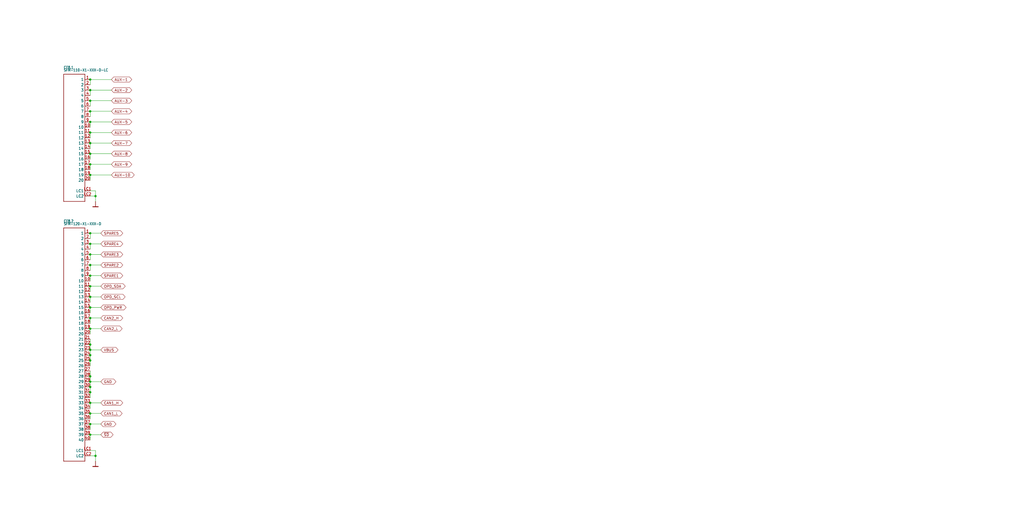
<source format=kicad_sch>
(kicad_sch (version 20211123) (generator eeschema)
  (paper "User" 490.22 254.406)
  (lib_symbols
    (symbol "oresat-backplane-2u-hasp-eagle-import:GND" (power)
      (symbol "GND_1_0"
        (polyline (pts (xy -1.27 -2.54) (xy 1.27 -2.54)) (stroke (width 0.4064)))
        (pin power_in line (at 0 0 270) (length 2.54) (name "GND") (number "1"))
      )
    )
    (symbol "oresat-backplane-2u-hasp-eagle-import:SFM-110-X1-XXX-D-LC"
      (property "Reference" "CF" (at -2.54 33.02 0))
      (property "Value" "SFM-110-X1-XXX-D-LC" (at -2.54 31.75 0))
      (symbol "SFM-110-X1-XXX-D-LC_1_0"
        (polyline (pts (xy -2.54 -30.48) (xy -2.54 30.48)) (stroke (width 0.254)))
        (polyline (pts (xy -2.54 30.48) (xy 7.62 30.48)) (stroke (width 0.254)))
        (polyline (pts (xy 7.62 -30.48) (xy -2.54 -30.48)) (stroke (width 0.254)))
        (polyline (pts (xy 7.62 30.48) (xy 7.62 -30.48)) (stroke (width 0.254)))
        (pin passive line (at 10.16 27.94 180) (length 2.54) (name "1") (number "1"))
        (pin passive line (at 10.16 5.08 180) (length 2.54) (name "10") (number "10"))
        (pin passive line (at 10.16 2.54 180) (length 2.54) (name "11") (number "11"))
        (pin passive line (at 10.16 0 180) (length 2.54) (name "12") (number "12"))
        (pin passive line (at 10.16 -2.54 180) (length 2.54) (name "13") (number "13"))
        (pin passive line (at 10.16 -5.08 180) (length 2.54) (name "14") (number "14"))
        (pin passive line (at 10.16 -7.62 180) (length 2.54) (name "15") (number "15"))
        (pin passive line (at 10.16 -10.16 180) (length 2.54) (name "16") (number "16"))
        (pin passive line (at 10.16 -12.7 180) (length 2.54) (name "17") (number "17"))
        (pin passive line (at 10.16 -15.24 180) (length 2.54) (name "18") (number "18"))
        (pin passive line (at 10.16 -17.78 180) (length 2.54) (name "19") (number "19"))
        (pin passive line (at 10.16 25.4 180) (length 2.54) (name "2") (number "2"))
        (pin passive line (at 10.16 -20.32 180) (length 2.54) (name "20") (number "20"))
        (pin passive line (at 10.16 22.86 180) (length 2.54) (name "3") (number "3"))
        (pin passive line (at 10.16 20.32 180) (length 2.54) (name "4") (number "4"))
        (pin passive line (at 10.16 17.78 180) (length 2.54) (name "5") (number "5"))
        (pin passive line (at 10.16 15.24 180) (length 2.54) (name "6") (number "6"))
        (pin passive line (at 10.16 12.7 180) (length 2.54) (name "7") (number "7"))
        (pin passive line (at 10.16 10.16 180) (length 2.54) (name "8") (number "8"))
        (pin passive line (at 10.16 7.62 180) (length 2.54) (name "9") (number "9"))
        (pin passive line (at 10.16 -25.4 180) (length 2.54) (name "LC1") (number "LC1"))
        (pin passive line (at 10.16 -27.94 180) (length 2.54) (name "LC2") (number "LC2"))
      )
    )
    (symbol "oresat-backplane-2u-hasp-eagle-import:SFM-120-X1-XXX-D"
      (property "Reference" "J" (at -2.54 50.8 0))
      (property "Value" "SFM-120-X1-XXX-D" (at -2.54 49.53 0))
      (symbol "SFM-120-X1-XXX-D_1_0"
        (polyline (pts (xy -2.54 -63.5) (xy -2.54 48.26)) (stroke (width 0.254)))
        (polyline (pts (xy -2.54 48.26) (xy 7.62 48.26)) (stroke (width 0.254)))
        (polyline (pts (xy 7.62 -63.5) (xy -2.54 -63.5)) (stroke (width 0.254)))
        (polyline (pts (xy 7.62 48.26) (xy 7.62 -63.5)) (stroke (width 0.254)))
        (pin passive line (at 10.16 45.72 180) (length 2.54) (name "1") (number "1"))
        (pin passive line (at 10.16 22.86 180) (length 2.54) (name "10") (number "10"))
        (pin passive line (at 10.16 20.32 180) (length 2.54) (name "11") (number "11"))
        (pin passive line (at 10.16 17.78 180) (length 2.54) (name "12") (number "12"))
        (pin passive line (at 10.16 15.24 180) (length 2.54) (name "13") (number "13"))
        (pin passive line (at 10.16 12.7 180) (length 2.54) (name "14") (number "14"))
        (pin passive line (at 10.16 10.16 180) (length 2.54) (name "15") (number "15"))
        (pin passive line (at 10.16 7.62 180) (length 2.54) (name "16") (number "16"))
        (pin passive line (at 10.16 5.08 180) (length 2.54) (name "17") (number "17"))
        (pin passive line (at 10.16 2.54 180) (length 2.54) (name "18") (number "18"))
        (pin passive line (at 10.16 0 180) (length 2.54) (name "19") (number "19"))
        (pin passive line (at 10.16 43.18 180) (length 2.54) (name "2") (number "2"))
        (pin passive line (at 10.16 -2.54 180) (length 2.54) (name "20") (number "20"))
        (pin passive line (at 10.16 -5.08 180) (length 2.54) (name "21") (number "21"))
        (pin passive line (at 10.16 -7.62 180) (length 2.54) (name "22") (number "22"))
        (pin passive line (at 10.16 -10.16 180) (length 2.54) (name "23") (number "23"))
        (pin passive line (at 10.16 -12.7 180) (length 2.54) (name "24") (number "24"))
        (pin passive line (at 10.16 -15.24 180) (length 2.54) (name "25") (number "25"))
        (pin passive line (at 10.16 -17.78 180) (length 2.54) (name "26") (number "26"))
        (pin passive line (at 10.16 -20.32 180) (length 2.54) (name "27") (number "27"))
        (pin passive line (at 10.16 -22.86 180) (length 2.54) (name "28") (number "28"))
        (pin passive line (at 10.16 -25.4 180) (length 2.54) (name "29") (number "29"))
        (pin passive line (at 10.16 40.64 180) (length 2.54) (name "3") (number "3"))
        (pin passive line (at 10.16 -27.94 180) (length 2.54) (name "30") (number "30"))
        (pin passive line (at 10.16 -30.48 180) (length 2.54) (name "31") (number "31"))
        (pin passive line (at 10.16 -33.02 180) (length 2.54) (name "32") (number "32"))
        (pin passive line (at 10.16 -35.56 180) (length 2.54) (name "33") (number "33"))
        (pin passive line (at 10.16 -38.1 180) (length 2.54) (name "34") (number "34"))
        (pin passive line (at 10.16 -40.64 180) (length 2.54) (name "35") (number "35"))
        (pin passive line (at 10.16 -43.18 180) (length 2.54) (name "36") (number "36"))
        (pin passive line (at 10.16 -45.72 180) (length 2.54) (name "37") (number "37"))
        (pin passive line (at 10.16 -48.26 180) (length 2.54) (name "38") (number "38"))
        (pin passive line (at 10.16 -50.8 180) (length 2.54) (name "39") (number "39"))
        (pin passive line (at 10.16 38.1 180) (length 2.54) (name "4") (number "4"))
        (pin passive line (at 10.16 -53.34 180) (length 2.54) (name "40") (number "40"))
        (pin passive line (at 10.16 35.56 180) (length 2.54) (name "5") (number "5"))
        (pin passive line (at 10.16 33.02 180) (length 2.54) (name "6") (number "6"))
        (pin passive line (at 10.16 30.48 180) (length 2.54) (name "7") (number "7"))
        (pin passive line (at 10.16 27.94 180) (length 2.54) (name "8") (number "8"))
        (pin passive line (at 10.16 25.4 180) (length 2.54) (name "9") (number "9"))
        (pin passive line (at 10.16 -58.42 180) (length 2.54) (name "LC1") (number "LC1"))
        (pin passive line (at 10.16 -60.96 180) (length 2.54) (name "LC2") (number "LC2"))
      )
    )
  )
  (junction (at 43.18 73.66))
  (junction (at 43.18 142.24))
  (junction (at 45.72 93.98))
  (junction (at 43.18 157.48))
  (junction (at 43.18 68.58))
  (junction (at 43.18 121.92))
  (junction (at 43.18 53.34))
  (junction (at 43.18 137.16))
  (junction (at 45.72 218.44))
  (junction (at 43.18 187.96))
  (junction (at 43.18 193.04))
  (junction (at 43.18 147.32))
  (junction (at 43.18 48.26))
  (junction (at 43.18 165.1))
  (junction (at 43.18 38.1))
  (junction (at 43.18 127))
  (junction (at 43.18 116.84))
  (junction (at 43.18 167.64))
  (junction (at 43.18 83.82))
  (junction (at 43.18 208.28))
  (junction (at 43.18 185.42))
  (junction (at 43.18 78.74))
  (junction (at 43.18 132.08))
  (junction (at 43.18 63.5))
  (junction (at 43.18 198.12))
  (junction (at 43.18 180.34))
  (junction (at 43.18 182.88))
  (junction (at 43.18 203.2))
  (junction (at 43.18 152.4))
  (junction (at 43.18 170.18))
  (junction (at 43.18 43.18))
  (junction (at 43.18 111.76))
  (junction (at 43.18 172.72))
  (junction (at 43.18 58.42))
  (wire (pts (xy 43.18 111.76) (xy 48.26 111.76)))
  (wire (pts (xy 45.72 96.52) (xy 45.72 93.98)))
  (wire (pts (xy 48.26 127) (xy 43.18 127)))
  (wire (pts (xy 43.18 152.4) (xy 43.18 154.94)))
  (wire (pts (xy 43.18 121.92) (xy 48.26 121.92)))
  (wire (pts (xy 45.72 93.98) (xy 43.18 93.98)))
  (wire (pts (xy 43.18 182.88) (xy 43.18 180.34)))
  (wire (pts (xy 43.18 63.5) (xy 53.34 63.5)))
  (wire (pts (xy 48.26 208.28) (xy 43.18 208.28)))
  (wire (pts (xy 43.18 142.24) (xy 43.18 144.78)))
  (wire (pts (xy 43.18 38.1) (xy 43.18 40.64)))
  (wire (pts (xy 43.18 172.72) (xy 43.18 170.18)))
  (wire (pts (xy 45.72 91.44) (xy 43.18 91.44)))
  (wire (pts (xy 48.26 193.04) (xy 43.18 193.04)))
  (wire (pts (xy 43.18 208.28) (xy 43.18 210.82)))
  (wire (pts (xy 43.18 43.18) (xy 43.18 45.72)))
  (wire (pts (xy 48.26 167.64) (xy 43.18 167.64)))
  (wire (pts (xy 45.72 218.44) (xy 45.72 220.98)))
  (wire (pts (xy 48.26 152.4) (xy 43.18 152.4)))
  (wire (pts (xy 48.26 132.08) (xy 43.18 132.08)))
  (wire (pts (xy 43.18 218.44) (xy 45.72 218.44)))
  (wire (pts (xy 43.18 193.04) (xy 43.18 195.58)))
  (wire (pts (xy 43.18 203.2) (xy 43.18 205.74)))
  (wire (pts (xy 43.18 111.76) (xy 43.18 114.3)))
  (wire (pts (xy 43.18 68.58) (xy 43.18 71.12)))
  (wire (pts (xy 43.18 38.1) (xy 53.34 38.1)))
  (wire (pts (xy 43.18 121.92) (xy 43.18 124.46)))
  (wire (pts (xy 43.18 147.32) (xy 43.18 149.86)))
  (wire (pts (xy 43.18 53.34) (xy 43.18 55.88)))
  (wire (pts (xy 48.26 198.12) (xy 43.18 198.12)))
  (wire (pts (xy 43.18 78.74) (xy 43.18 81.28)))
  (wire (pts (xy 43.18 182.88) (xy 43.18 185.42)))
  (wire (pts (xy 48.26 203.2) (xy 43.18 203.2)))
  (wire (pts (xy 43.18 83.82) (xy 43.18 86.36)))
  (wire (pts (xy 48.26 157.48) (xy 43.18 157.48)))
  (wire (pts (xy 43.18 78.74) (xy 53.34 78.74)))
  (wire (pts (xy 43.18 167.64) (xy 43.18 165.1)))
  (wire (pts (xy 43.18 116.84) (xy 48.26 116.84)))
  (wire (pts (xy 43.18 63.5) (xy 43.18 66.04)))
  (wire (pts (xy 43.18 58.42) (xy 43.18 60.96)))
  (wire (pts (xy 43.18 48.26) (xy 43.18 50.8)))
  (wire (pts (xy 43.18 53.34) (xy 53.34 53.34)))
  (wire (pts (xy 43.18 83.82) (xy 53.34 83.82)))
  (wire (pts (xy 43.18 215.9) (xy 45.72 215.9)))
  (wire (pts (xy 43.18 170.18) (xy 43.18 167.64)))
  (wire (pts (xy 43.18 127) (xy 43.18 129.54)))
  (wire (pts (xy 48.26 182.88) (xy 43.18 182.88)))
  (wire (pts (xy 43.18 187.96) (xy 43.18 185.42)))
  (wire (pts (xy 43.18 180.34) (xy 43.18 177.8)))
  (wire (pts (xy 43.18 116.84) (xy 43.18 119.38)))
  (wire (pts (xy 43.18 198.12) (xy 43.18 200.66)))
  (wire (pts (xy 43.18 73.66) (xy 53.34 73.66)))
  (wire (pts (xy 45.72 93.98) (xy 45.72 91.44)))
  (wire (pts (xy 48.26 137.16) (xy 43.18 137.16)))
  (wire (pts (xy 48.26 142.24) (xy 43.18 142.24)))
  (wire (pts (xy 45.72 215.9) (xy 45.72 218.44)))
  (wire (pts (xy 43.18 137.16) (xy 43.18 139.7)))
  (wire (pts (xy 43.18 132.08) (xy 43.18 134.62)))
  (wire (pts (xy 48.26 147.32) (xy 43.18 147.32)))
  (wire (pts (xy 43.18 43.18) (xy 53.34 43.18)))
  (wire (pts (xy 43.18 165.1) (xy 43.18 162.56)))
  (wire (pts (xy 43.18 187.96) (xy 43.18 190.5)))
  (wire (pts (xy 43.18 48.26) (xy 53.34 48.26)))
  (wire (pts (xy 43.18 73.66) (xy 43.18 76.2)))
  (wire (pts (xy 43.18 58.42) (xy 53.34 58.42)))
  (wire (pts (xy 43.18 68.58) (xy 53.34 68.58)))
  (wire (pts (xy 43.18 172.72) (xy 43.18 175.26)))
  (wire (pts (xy 43.18 157.48) (xy 43.18 160.02)))
  (global_label "AUX-10" (shape bidirectional) (at 53.34 83.82 0) (effects (font (size 1.2446 1.2446))) (property "Intersheet References" "${INTERSHEET_REFS}" (effects hide)))
  (global_label "AUX-8" (shape bidirectional) (at 53.34 73.66 0) (effects (font (size 1.2446 1.2446))) (property "Intersheet References" "${INTERSHEET_REFS}" (effects hide)))
  (global_label "VBUS" (shape bidirectional) (at 48.26 167.64 0) (effects (font (size 1.2446 1.2446))) (property "Intersheet References" "${INTERSHEET_REFS}" (effects hide)))
  (global_label "AUX-2" (shape bidirectional) (at 53.34 43.18 0) (effects (font (size 1.2446 1.2446))) (property "Intersheet References" "${INTERSHEET_REFS}" (effects hide)))
  (global_label "GND" (shape bidirectional) (at 48.26 182.88 0) (effects (font (size 1.2446 1.2446))) (property "Intersheet References" "${INTERSHEET_REFS}" (effects hide)))
  (global_label "AUX-7" (shape bidirectional) (at 53.34 68.58 0) (effects (font (size 1.2446 1.2446))) (property "Intersheet References" "${INTERSHEET_REFS}" (effects hide)))
  (global_label "SPARE4" (shape bidirectional) (at 48.26 116.84 0) (effects (font (size 1.2446 1.2446))) (property "Intersheet References" "${INTERSHEET_REFS}" (effects hide)))
  (global_label "SPARE2" (shape bidirectional) (at 48.26 127 0) (effects (font (size 1.2446 1.2446))) (property "Intersheet References" "${INTERSHEET_REFS}" (effects hide)))
  (global_label "OPD_PWR" (shape bidirectional) (at 48.26 147.32 0) (effects (font (size 1.2446 1.2446))) (property "Intersheet References" "${INTERSHEET_REFS}" (effects hide)))
  (global_label "SPARE1" (shape bidirectional) (at 48.26 132.08 0) (effects (font (size 1.2446 1.2446))) (property "Intersheet References" "${INTERSHEET_REFS}" (effects hide)))
  (global_label "SPARE3" (shape bidirectional) (at 48.26 121.92 0) (effects (font (size 1.2446 1.2446))) (property "Intersheet References" "${INTERSHEET_REFS}" (effects hide)))
  (global_label "CAN1_H" (shape bidirectional) (at 48.26 193.04 0) (effects (font (size 1.2446 1.2446))) (property "Intersheet References" "${INTERSHEET_REFS}" (effects hide)))
  (global_label "CAN2_H" (shape bidirectional) (at 48.26 152.4 0) (effects (font (size 1.2446 1.2446))) (property "Intersheet References" "${INTERSHEET_REFS}" (effects hide)))
  (global_label "OPD_SDA" (shape bidirectional) (at 48.26 137.16 0) (effects (font (size 1.2446 1.2446))) (property "Intersheet References" "${INTERSHEET_REFS}" (effects hide)))
  (global_label "AUX-3" (shape bidirectional) (at 53.34 48.26 0) (effects (font (size 1.2446 1.2446))) (property "Intersheet References" "${INTERSHEET_REFS}" (effects hide)))
  (global_label "CAN2_L" (shape bidirectional) (at 48.26 157.48 0) (effects (font (size 1.2446 1.2446))) (property "Intersheet References" "${INTERSHEET_REFS}" (effects hide)))
  (global_label "AUX-9" (shape bidirectional) (at 53.34 78.74 0) (effects (font (size 1.2446 1.2446))) (property "Intersheet References" "${INTERSHEET_REFS}" (effects hide)))
  (global_label "GND" (shape bidirectional) (at 48.26 203.2 0) (effects (font (size 1.2446 1.2446))) (property "Intersheet References" "${INTERSHEET_REFS}" (effects hide)))
  (global_label "AUX-6" (shape bidirectional) (at 53.34 63.5 0) (effects (font (size 1.2446 1.2446))) (property "Intersheet References" "${INTERSHEET_REFS}" (effects hide)))
  (global_label "OPD_SCL" (shape bidirectional) (at 48.26 142.24 0) (effects (font (size 1.2446 1.2446))) (property "Intersheet References" "${INTERSHEET_REFS}" (effects hide)))
  (global_label "AUX-1" (shape bidirectional) (at 53.34 38.1 0) (effects (font (size 1.2446 1.2446))) (property "Intersheet References" "${INTERSHEET_REFS}" (effects hide)))
  (global_label "~{SD}" (shape bidirectional) (at 48.26 208.28 0) (effects (font (size 1.2446 1.2446))) (property "Intersheet References" "${INTERSHEET_REFS}" (effects hide)))
  (global_label "SPARE5" (shape bidirectional) (at 48.26 111.76 0) (effects (font (size 1.2446 1.2446))) (property "Intersheet References" "${INTERSHEET_REFS}" (effects hide)))
  (global_label "AUX-5" (shape bidirectional) (at 53.34 58.42 0) (effects (font (size 1.2446 1.2446))) (property "Intersheet References" "${INTERSHEET_REFS}" (effects hide)))
  (global_label "CAN1_L" (shape bidirectional) (at 48.26 198.12 0) (effects (font (size 1.2446 1.2446))) (property "Intersheet References" "${INTERSHEET_REFS}" (effects hide)))
  (global_label "AUX-4" (shape bidirectional) (at 53.34 53.34 0) (effects (font (size 1.2446 1.2446))) (property "Intersheet References" "${INTERSHEET_REFS}" (effects hide)))
  (symbol (lib_id "oresat-backplane-2u-hasp-eagle-import:GND") (at 45.72 96.52 0) (unit 1)
    (property "Reference" "#GND77" (effects hide))
    (property "Value" "GND" (effects hide))
    (property "Footprint" "oresat-backplane-2u-hasp:" (effects hide))
  )
  (symbol (lib_id "oresat-backplane-2u-hasp-eagle-import:SFM-120-X1-XXX-D") (at 33.02 157.48 0) (unit 1)
    (property "Reference" "CF8.2" (at 30.48 106.68 0) (effects (font (size 1.27 1.0795)) (justify left bottom)))
    (property "Value" "SFM-120-X1-XXX-D" (at 30.48 107.95 0) (effects (font (size 1.27 1.0795)) (justify left bottom)))
    (property "Footprint" "oresat-backplane-2u-hasp:SFM-120-X1-XXX-D" (effects hide))
  )
  (symbol (lib_id "oresat-backplane-2u-hasp-eagle-import:SFM-110-X1-XXX-D-LC") (at 33.02 66.04 0) (unit 1)
    (property "Reference" "CF8.1" (at 30.48 33.02 0) (effects (font (size 1.27 1.0795)) (justify left bottom)))
    (property "Value" "SFM-110-X1-XXX-D-LC" (at 30.48 34.29 0) (effects (font (size 1.27 1.0795)) (justify left bottom)))
    (property "Footprint" "oresat-backplane-2u-hasp:SFM-110-X1-XXX-D-LC" (effects hide))
  )
  (symbol (lib_id "oresat-backplane-2u-hasp-eagle-import:GND") (at 45.72 220.98 0) (unit 1)
    (property "Reference" "#GND73" (effects hide))
    (property "Value" "GND" (effects hide))
    (property "Footprint" "oresat-backplane-2u-hasp:" (effects hide))
  )
)
</source>
